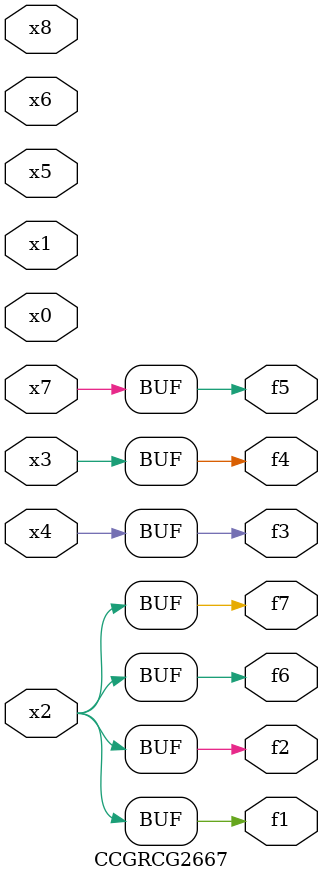
<source format=v>
module CCGRCG2667(
	input x0, x1, x2, x3, x4, x5, x6, x7, x8,
	output f1, f2, f3, f4, f5, f6, f7
);
	assign f1 = x2;
	assign f2 = x2;
	assign f3 = x4;
	assign f4 = x3;
	assign f5 = x7;
	assign f6 = x2;
	assign f7 = x2;
endmodule

</source>
